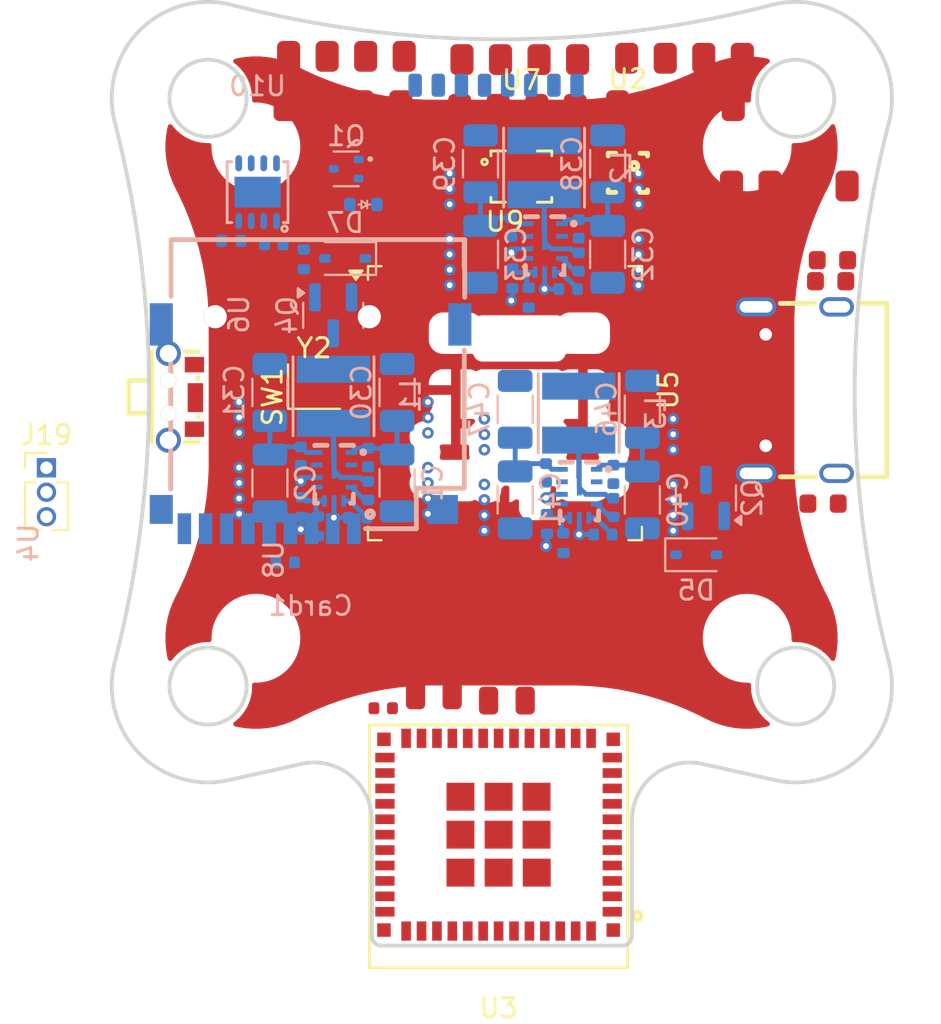
<source format=kicad_pcb>
(kicad_pcb (version 20240108) (generator "pcbnew") (generator_version "8.0")
  (layers (0 "F.Cu" signal) (1 "In1.Cu" signal) (2 "In2.Cu" signal) (31 "B.Cu" signal) (34 "B.Paste" user) (35 "F.Paste" user) (36 "B.SilkS" user "B.Silkscreen") (37 "F.SilkS" user "F.Silkscreen") (38 "B.Mask" user) (39 "F.Mask" user) (44 "Edge.Cuts" user))
  (net 0 "")
  (net 1 "GND")
  (net 2 "+3.3V")
  (net 3 "Net-(D1-A)")
  (net 4 "Net-(D2-A)")
  (net 5 "Net-(D3-A)")
  (net 6 "VSYS")
  (net 7 "VBUS")
  (net 8 "RX1")
  (net 9 "VBAT")
  (net 10 "TX1")
  (net 11 "TX6")
  (net 12 "RX6")
  (net 13 "M2")
  (net 14 "CURR_EXT")
  (net 15 "M4")
  (net 16 "M3")
  (net 17 "Telemetry")
  (net 18 "M1")
  (net 19 "TX4")
  (net 20 "RX4")
  (net 21 "RX2")
  (net 22 "TX2")
  (net 23 "I2C1_SCL")
  (net 24 "I2C1_SDA")
  (net 25 "SERVO_1")
  (net 26 "SERVO_2")
  (net 27 "RGB_LED")
  (net 28 "SERVO_3")
  (net 29 "SWCLK")
  (net 30 "SWDIO")
  (net 31 "VSUB_SENSE")
  (net 32 "LED_RED")
  (net 33 "LED_BLUE")
  (net 34 "LED_GREEN")
  (net 35 "Net-(U5-CC2)")
  (net 36 "Net-(U5-CC1)")
  (net 37 "BOOT0")
  (net 38 "CURR_SENSE")
  (net 39 "IMU_CS")
  (net 40 "USB+")
  (net 41 "IMU_MOSI")
  (net 42 "IMU_SCK")
  (net 43 "USB-")
  (net 44 "VBAT_SENSE")
  (net 45 "IMU_MISO")
  (net 49 "Net-(U9-PH0)")
  (net 50 "Net-(U9-PH1)")
  (net 51 "+5V")
  (net 52 "Net-(U4-VCC)")
  (net 53 "Net-(U4-NC)")
  (net 54 "Net-(U4-BOOT)")
  (net 55 "+9V")
  (net 56 "Net-(U6-VCC)")
  (net 57 "Net-(U6-NC)")
  (net 58 "Net-(U6-BOOT)")
  (net 59 "+3V3")
  (net 60 "Net-(U8-VCC)")
  (net 61 "Net-(U8-NC)")
  (net 62 "Net-(U8-BOOT)")
  (net 63 "+4V5")
  (net 66 "Net-(U4-FB)")
  (net 67 "Net-(U6-FB)")
  (net 68 "Net-(U8-FB)")
  (net 70 "Net-(C49-Pad1)")
  (net 71 "Net-(C51-Pad1)")
  (net 74 "SDMMC1_D2")
  (net 75 "SDMMC1_CMD")
  (net 77 "SDMMC1_D0")
  (net 78 "SDMMC1_CK")
  (net 79 "SDMMC1_D3")
  (net 80 "SDMMC1_D1")
  (net 81 "CURRENT")
  (net 82 "ESP_RX0")
  (net 85 "ESP_USB_D-")
  (net 86 "ESP_ENABLE")
  (net 87 "ESP_RX")
  (net 89 "Net-(U3-IO8)")
  (net 91 "~{ESP_BOOT}")
  (net 98 "Net-(U3-IO2)")
  (net 100 "ESP_TX0")
  (net 101 "ESP_TX")
  (net 103 "ESP_USB_D+")
  (net 131 "PG_9V")
  (net 132 "PG_5V")
  (net 138 "IMU_INT1")
  (net 140 "PG_3V3")
  (net 154 "unconnected-(U9-PB14-Pad53)")
  (net 162 "unconnected-(U9-PB2-Pad36)")
  (net 178 "unconnected-(U9-PD8-Pad55)")
  (net 187 "unconnected-(U9-PB12-Pad51)")
  (net 195 "CANL")
  (net 196 "CAN_TX")
  (net 197 "CANH")
  (net 198 "CAN_RX")
  (footprint "custom:C_0402_1005Metric_NoSilk" (layer "F.Cu") (at 221.95 88.65)
    (property "Reference" "C20" (hide yes))
    (property "Value" "2.2uF" (hide yes))
  )
  (footprint "easyeda2kicad:USB-SMD_GT-USB-7010AN" (layer "F.Cu") (at 233.195 98.98 90)
    (property "Reference" "U5")
    (property "Value" "GT-USB-7010AN")
  )
  (footprint "custom:Conn_4_Accesory_Bigger" (layer "F.Cu") (at 210.51 111.59 90)
    (property "Reference" "J14" (hide yes))
    (property "Value" "UART4" (hide yes))
  )
  (footprint "custom:C_0402_1005Metric_NoSilk" (layer "F.Cu") (at 213.37 109.16 -90)
    (property "Reference" "C8" (hide yes))
    (property "Value" "4.7uF" (hide yes))
  )
  (footprint "easyeda2kicad:SENSORM-SMD_BMP388" (layer "F.Cu") (at 224.73 87.71)
    (property "Reference" "U2")
    (property "Value" "BMP388")
  )
  (footprint "custom:C_0402_1005Metric_NoSilk" (layer "F.Cu") (at 207.61 102.07)
    (property "Reference" "C54" (hide yes))
    (property "Value" "0.1uF" (hide yes))
  )
  (footprint "custom:C_0805_2012Metric_NoSilk" (layer "F.Cu") (at 214.66 114.82)
    (property "Reference" "C3" (hide yes))
    (property "Value" "10uF" (hide yes))
  )
  (footprint "custom:R_0402_1005Metric_NoSilk" (layer "F.Cu") (at 229.36 100.19 180)
    (property "Reference" "R10" (hide yes))
    (property "Value" "5.11k")
  )
  (footprint "custom:LED_0603_1608Metric_NoSilk" (layer "F.Cu") (at 235.255 93.33)
    (property "Reference" "D3" (hide yes))
    (property "Value" "GREEN")
  )
  (footprint "custom:C_0402_1005Metric_NoSilk" (layer "F.Cu") (at 212.33 90.31 90)
    (property "Reference" "C53" (hide yes))
    (property "Value" "0.1uF" (hide yes))
  )
  (footprint "custom:R_0402_1005Metric_NoSilk" (layer "F.Cu") (at 206.01 108.31)
    (property "Reference" "R11" (hide yes))
    (property "Value" "10k")
  )
  (footprint "custom:C_0402_1005Metric_NoSilk" (layer "F.Cu") (at 208.92 102.84 180)
    (property "Reference" "C21" (hide yes))
    (property "Value" "0.1uF" (hide yes))
  )
  (footprint "custom:C_0402_1005Metric_NoSilk" (layer "F.Cu") (at 208.92 103.67 180)
    (property "Reference" "C22" (hide yes))
    (property "Value" "0.1uF" (hide yes))
  )
  (footprint "custom:C_0402_1005Metric_NoSilk" (layer "F.Cu") (at 227.79 93.66)
    (property "Reference" "C52" (hide yes))
    (property "Value" "0.1uF" (hide yes))
  )
  (footprint "custom:R_0402_1005Metric_NoSilk" (layer "F.Cu") (at 203.05 108.21)
    (property "Reference" "R2" (hide yes))
    (property "Value" "10k")
  )
  (footprint "custom:C_0402_1005Metric_NoSilk" (layer "F.Cu") (at 223.3 109.14 -90)
    (property "Reference" "C49" (hide yes))
    (property "Value" "2.2uF" (hide yes))
  )
  (footprint "custom:C_0402_1005Metric_NoSilk" (layer "F.Cu") (at 212.03 115.49)
    (property "Reference" "C4" (hide yes))
    (property "Value" "0.1uF" (hide yes))
  )
  (footprint "custom:C_0402_1005Metric_NoSilk" (layer "F.Cu") (at 226.93 88.41)
    (property "Reference" "C6" (hide yes))
    (property "Value" "0.1uF" (hide yes))
  )
  (footprint "custom:R_0402_1005Metric_NoSilk" (layer "F.Cu") (at 208.7 109.1)
    (property "Reference" "R23" (hide yes))
    (property "Value" "10k")
  )
  (footprint "custom:R_0402_1005Metric_NoSilk" (layer "F.Cu") (at 203.05 109)
    (property "Reference" "R3" (hide yes))
    (property "Value" "10k")
  )
  (footprint "custom:LED_0603_1608Metric_NoSilk" (layer "F.Cu") (at 235.3475 92.24)
    (property "Reference" "D2" (hide yes))
    (property "Value" "BLUE")
  )
  (footprint "easyeda2kicad:SW-SMD_TS-1086EV-16" (layer "F.Cu") (at 201.58 99.33 -90)
    (property "Reference" "SW1")
    (property "Value" "SW_SPST")
  )
  (footprint "custom:Conn_4_Accesory_Bigger" (layer "F.Cu") (at 216.12 81.83 90)
    (property "Reference" "J18" (hide yes))
    (property "Value" "I2C" (hide yes))
  )
  (footprint "custom:R_0402_1005Metric_NoSilk" (layer "F.Cu") (at 229.27 97.24 180)
    (property "Reference" "R9" (hide yes))
    (property "Value" "5.11k")
  )
  (footprint "custom:Conn_4_Accesory_Bigger" (layer "F.Cu") (at 216 84.41 90)
    (property "Reference" "J16" (hide yes))
    (property "Value" "I2C" (hide yes))
  )
  (footprint "Connector_PinHeader_1.27mm:PinHeader_1x03_P1.27mm_Vertical" (layer "F.Cu") (at 194.55 103.01)
    (property "Reference" "J19")
    (property "Value" "Debug")
  )
  (footprint "custom:C_0402_1005Metric_NoSilk" (layer "F.Cu") (at 208.56 100.45)
    (property "Reference" "C23" (hide yes))
    (property "Value" "15pF" (hide yes))
  )
  (footprint "custom:R_0402_1005Metric_NoSilk" (layer "F.Cu") (at 208.76 108.36)
    (property "Reference" "R22" (hide yes))
    (property "Value" "10k")
  )
  (footprint "custom:R_0402_1005Metric_NoSilk" (layer "F.Cu") (at 231.7 104.67)
    (property "Reference" "R4" (hide yes))
    (property "Value" "1k")
  )
  (footprint "custom:C_0402_1005Metric_NoSilk" (layer "F.Cu") (at 224.37 109.13 -90)
    (property "Reference" "C48" (hide yes))
    (property "Value" "0.1uF" (hide yes))
  )
  (footprint "custom:Conn_4_Accesory_Bigger" (layer "F.Cu") (at 230.11 88.39 90)
    (property "Reference" "J10" (hide yes))
    (property "Value" "USART1" (hide yes))
  )
  (footprint "custom:C_0402_1005Metric_NoSilk" (layer "F.Cu") (at 226.93 86.79)
    (property "Reference" "C5" (hide yes))
    (property "Value" "0.1uF" (hide yes))
  )
  (footprint "custom:R_0402_1005Metric_NoSilk" (layer "F.Cu") (at 205.99 109)
    (property "Reference" "R18" (hide yes))
    (property "Value" "1k")
  )
  (footprint "custom:C_0805_2012Metric_NoSilk" (layer "F.Cu") (at 218.45 115.09)
    (property "Reference" "C11" (hide yes))
    (property "Value" "10uF" (hide yes))
  )
  (footprint "custom:LED_0603_1608Metric_NoSilk" (layer "F.Cu") (at 234.86 104.87)
    (property "Reference" "D1" (hide yes))
    (property "Value" "RED")
  )
  (footprint "custom:R_0402_1005Metric_NoSilk" (layer "F.Cu") (at 227.06 89.77)
    (property "Reference" "R24" (hide yes))
    (property "Value" "2.2k")
  )
  (footprint "custom:C_0402_1005Metric_NoSilk" (layer "F.Cu") (at 208.74 96.12 180)
    (property "Reference" "C50" (hide yes))
    (property "Value" "0.1uF" (hide yes))
  )
  (footprint "custom:Conn_4_Accesory_Bigger" (layer "F.Cu") (at 224.67 81.76 90)
    (property "Reference" "J18" (hide yes))
    (property "Value" "I2C" (hide yes))
  )
  (footprint "custom:C_0402_1005Metric_NoSilk" (layer "F.Cu") (at 212.51 109.11 -90)
    (property "Reference" "C10" (hide yes))
    (property "Value" "0.1uF" (hide yes))
  )
  (footprint "custom:C_0402_1005Metric_NoSilk" (layer "F.Cu") (at 221.92 87.7)
    (property "Reference" "C19" (hide yes))
    (property "Value" "10nF" (hide yes))
  )
  (footprint "custom:R_0402_1005Metric_NoSilk" (layer "F.Cu") (at 232.6325 93.43)
    (property "Reference" "R6" (hide yes))
    (property "Value" "1k")
  )
  (footprint "custom:C_0402_1005Metric_NoSilk" (layer "F.Cu") (at 228.06 94.69)
    (property "Reference" "C51" (hide yes))
    (property "Value" "2.2uF" (hide yes))
  )
  (footprint "custom:Conn_4_Accesory_Bigger" (layer "F.Cu") (at 207.12 81.66 90)
    (property "Reference" "J18" (hide yes))
    (property "Value" "I2C" (hide yes))
  )
  (footprint "custom:Conn_4_Accesory_Bigger" (layer "F.Cu") (at 219.41 111.74 90)
    (property "Reference" "J11" (hide yes))
    (property "Value" "USART2" (hide yes))
  )
  (footprint "custom:Conn_4_Accesory_Bigger" (layer "F.Cu") (at 224.2 84.22 90)
    (property "Reference" "J15" (hide yes))
    (property "Value" "USART6" (hide yes))
  )
  (footprint "custom:R_0402_1005Metric_NoSilk" (layer "F.Cu") (at 232.5475 92.19)
    (property "Reference" "R5" (hide yes))
    (property "Value" "1k")
  )
  (footprint "custom:Conn_4_Accesory_Bigger" (layer "F.Cu") (at 206.94 84.22 90)
    (property "Reference" "J17" (hide yes))
    (property "Value" "I2C" (hide yes))
  )
  (footprint "easyeda2kicad:LGA-14_L3.0-W2.5-P0.50-TL" (layer "F.Cu") (at 219.2 87.9)
    (property "Reference" "U7")
    (property "Value" "ICM-42688-P")
  )
  (footprint "custom:R_0402_1005Metric_NoSilk" (layer "F.Cu") (at 227.05 90.67)
    (property "Reference" "R25" (hide yes))
    (property "Value" "2.2k")
  )
  (footprint "Crystal:Crystal_SMD_2016-4Pin_2.0x1.6mm" (layer "F.Cu") (at 208.44 98.8)
    (property "Reference" "Y2")
    (property "Value" "16 MHz")
  )
  (footprint "custom:R_0402_1005Metric_NoSilk" (layer "F.Cu") (at 204.51 92.54)
    (property "Reference" "R13" (hide yes))
    (property "Value" "10k")
  )
  (footprint "Package_QFP:LQFP-100_14x14mm_P0.5mm" (layer "F.Cu") (at 218.35 99.66)
    (property "Reference" "U9")
    (property "Value" "STM32H743VIT6")
  )
  (footprint "easyeda2kicad:WIFIM-SMD_61P-L13.2-W12.5-P0.80" (layer "F.Cu") (at 218.02 122.05 180)
    (property "Reference" "U3")
    (property "Value" "ESP32-C3-MINI-1U-N4")
  )
  (footprint "custom:C_0402_1005Metric_NoSilk" (layer "F.Cu") (at 222 86.8)
    (property "Reference" "C17" (hide yes))
    (property "Value" "0.1uF" (hide yes))
  )
  (footprint "custom:C_0402_1005Metric_NoSilk" (layer "F.Cu") (at 208.62 97.25)
    (property "Reference" "C18" (hide yes))
    (property "Value" "15pF" (hide yes))
  )
  (footprint "custom:C_0402_1005Metric_NoSilk" (layer "B.Cu") (at 211.25 104.2 90)
    (property "Reference" "C29" (hide yes))
    (property "Value" "0.1uF" (hide yes))
  )
  (footprint "easyeda2kicad:VQFN-12_L3.0-W2.0-P0.65-BL_TI_RNX" (layer "B.Cu") (at 209.480238 103.475 -90)
    (property "Reference" "U4")
    (property "Value" "LMR33630AQRNXRQ1")
  )
  (footprint "custom:C_0402_1005Metric_NoSilk" (layer "B.Cu") (at 220.48 103.275 90)
    (property "Reference" "C43" (hide yes))
    (property "Value" "220nF" (hide yes))
  )
  (footprint "Capacitor_SMD:C_1206_3216Metric" (layer "B.Cu") (at 212.75 99.1 -90)
    (property "Reference" "C30")
    (property "Value" "22uF")
  )
  (footprint "Capacitor_SMD:C_1206_3216Metric" (layer "B.Cu") (at 218.88 104.675 90)
    (property "Reference" "C41")
    (property "Value" "10uF")
  )
  (footprint "Capacitor_SMD:C_1206_3216Metric" (layer "B.Cu") (at 217.080682 87.235 -90)
    (property "Reference" "C39")
    (property "Value" "22uF")
  )
  (footprint "custom:R_0402_1005Metric_NoSilk" (layer "B.Cu") (at 204.14 91.2275 180)
    (property "Reference" "R26" (hide yes))
    (property "Value" "120R")
  )
  (footprint "Capacitor_SMD:C_1206_3216Metric" (layer "B.Cu") (at 206.15 99.1 -90)
    (property "Reference" "C31")
    (property "Value" "22uF")
  )
  (footprint "custom:R_0402_1005Metric_NoSilk" (layer "B.Cu") (at 207.9 92.2 90)
    (property "Reference" "R20" (hide yes))
    (property "Value" "10k")
  )
  (footprint "easyeda2kicad:IND-SMD_L4.1-W4.1_ASFPIG4020" (layer "B.Cu") (at 220.380682 87.435 90)
    (property "Reference" "L2")
    (property "Value" "6.8uH")
  )
  (footprint "custom:C_0402_1005Metric_NoSilk" (layer "B.Cu") (at 221.630682 93.735)
    (property "Reference" "C36" (hide yes))
    (property "Value" "1uF" (hide yes))
  )
  (footprint "custom:R_0402_1005Metric_NoSilk" (layer "B.Cu") (at 219.580682 94.185 90)
    (property "Reference" "R14" (hide yes))
    (property "Value" "100k")
  )
  (footprint "custom:C_0402_1005Metric_NoSilk" (layer "B.Cu") (at 206.35 91.4175 180)
    (property "Reference" "C7" (hide yes))
    (property "Value" "0.1uF" (hide yes))
  )
  (footprint "Diode_SMD:D_SOD-323" (layer "B.Cu") (at 210.05 92.15 180)
    (property "Reference" "D7")
    (property "Value" "D_Schottky")
  )
  (footprint "Capacitor_SMD:C_1206_3216Metric" (layer "B.Cu") (at 206.15 103.8 90)
    (property "Reference" "C2")
    (property "Value" "10uF")
  )
  (footprint "custom:R_0402_1005Metric_NoSilk" (layer "B.Cu") (at 220.53 105.925 -90)
    (property "Reference" "R17" (hide yes))
    (property "Value" "43.5k")
  )
  (footprint "easyeda2kicad:VQFN-12_L3.0-W2.0-P0.65-BL_TI_RNX" (layer "B.Cu") (at 222.210238 104.35 -90)
    (property "Reference" "U8")
    (property "Value" "LMR33630AQRNXRQ1")
  )
  (footprint "easyeda2kicad:IND-SMD_L4.1-W4.1_ASFPIG4020" (layer "B.Cu") (at 209.45 99.3 90)
    (property "Reference" "L1")
    (property "Value" "6.8uH")
  )
  (footprint "easyeda2kicad:TF-SMD_TF-PUSH" (layer "B.Cu") (at 208.26 100.8725)
    (property "Reference" "Card1")
    (property "Value" "TF PUSH")
  )
  (footprint "Capacitor_SMD:C_1206_3216Metric" (layer "B.Cu") (at 225.48 99.975 -90)
    (property "Reference" "C46")
    (property "Value" "22uF")
  )
  (footprint "custom:C_0402_1005Metric_NoSilk" (layer "B.Cu") (at 211.25 102.48 90)
    (property "Reference" "C24" (hide yes))
    (property "Value" "220nF" (hide yes))
  )
  (footprint "custom:C_0402_1005Metric_NoSilk" (layer "B.Cu") (at 210.7 105.6)
    (property "Reference" "C28" (hide yes))
    (property "Value" "1uF" (hide yes))
  )
  (footprint "Package_TO_SOT_SMD:SOT-523" (layer "B.Cu") (at 210.105 87.5 180)
    (property "Reference" "Q1")
    (property "Value" "PMOS")
  )
  (footprint "Capacitor_SMD:C_1206_3216Metric" (layer "B.Cu") (at 212.75 103.8 90)
    (property "Reference" "C1")
    (property "Value" "10uF")
  )
  (footprint "custom:Conn_8_Accesory" (layer "B.Cu") (at 213.89 83.16 -90)
    (property "Reference" "J12" (hide yes))
    (property "Value" "FC-ESC con" (hide yes))
  )
  (footprint "custom:C_0402_1005Metric_NoSilk" (layer "B.Cu") (at 207.75 102.4 90)
    (property "Reference" "C27" (hide yes))
    (property "Value" "220nF" (hide yes))
  )
  (footprint "custom:C_0402_1005Metric_NoSilk" (layer "B.Cu") (at 222.180682 90.615 90)
    (property "Reference" "C34" (hide yes))
    (property "Value" "220nF" (hide yes))
  )
  (footprint "Capacitor_SMD:C_1206_3216Metric" (layer "B.Cu") (at 223.680682 87.235 -90)
    (property "Reference" "C38")
    (property "Value" "22uF")
  )
  (footprint "Capacitor_SMD:C_1206_3216Metric" (layer "B.Cu") (at 217.080682 91.935 90)
    (property "Reference" "C33")
    (property "Value" "10uF")
  )
  (footprint "Package_TO_SOT_SMD:SOT-23" (layer "B.Cu") (at 228.78 104.575 90)
    (property "Reference" "Q2")
    (property "Value" "WST4041")
  )
  (footprint "custom:R_0402_1005Metric_NoSilk" (layer "B.Cu") (at 221.38 106.925 90)
    (property "Reference" "R16" (hide yes))
    (property "Value" "100k")
  )
  (footprint "custom:C_0402_1005Metric_NoSilk" (layer "B.Cu") (at 218.680682 90.535 90)
    (property "Reference" "C35" (hide yes))
    (property "Value" "220nF" (hide yes))
  )
  (footprint "easyeda2kicad:IND-SMD_L4.1-W4.1_ASFPIG4020" (layer "B.Cu") (at 222.18 100.175 90)
    (property "Reference" "L3")
    (property "Value" "6.8uH")
  )
  (footprint "custom:R_0402_1005Metric_NoSilk" (layer "B.Cu") (at 207.8 105.05 -90)
    (property "Reference" "R12" (hide yes))
    (property "Value" "12.5K")
  )
  (footprint "custom:C_0402_1005Metric_NoSilk" (layer "B.Cu") (at 223.98 103.355 90)
    (property "Reference" "C42" (hide yes))
    (property "Value" "220nF" (hide yes))
  )
  (footprint "easyeda2kicad:VQFN-12_L3.0-W2.0-P0.65-BL_TI_RNX" (layer "B.Cu") (at 220.41092 91.61 -90)
    (property "Reference" "U6")
    (property "Value" "LMR33630AQRNXRQ1")
  )
  (footprint "Diode_SMD:D_SOD-323" (layer "B.Cu") (at 228.28 107.525)
    (property "Reference" "D5")
    (property "Value" "D_Schottky")
  )
  (footprint "custom:C_0402_1005Metric_NoSilk" (layer "B.Cu") (at 223.43 106.475)
    (property "Reference" "C44" (hide yes))
    (property "Value" "1uF" (hide yes))
  )
  (footprint "easyeda2kicad:TDFN-8_L3.0-W3.0-P0.65-BL-EP" (layer "B.Cu") (at 205.51 88.7075 180)
    (property "Reference" "U10")
    (property "Value" "SIT1050TK")
  )
  (footprint "custom:D_SOD-523_NoSilk" (layer "B.Cu") (at 211 89.35 180)
    (property "Reference" "D4" (hide yes))
    (property "Value" "D_Schottky" (hide yes))
  )
  (footprint "custom:R_0402_1005Metric_NoSilk" (layer "B.Cu") (at 218.730682 93.185 -90)
    (property "Reference" "R15" (hide yes))
    (property "Value" "24.9k")
  )
  (footprint "Capacitor_SMD:C_1206_3216Metric" (layer "B.Cu") (at 223.680682 91.935 90)
    (property "Reference" "C32")
    (property "Value" "10uF")
  )
  (footprint "custom:R_0402_1005Metric_NoSilk" (layer "B.Cu") (at 208.65 106.05 90)
    (property "Reference" "R1" (hide yes))
    (property "Value" "100k")
  )
  (footprint "Package_TO_SOT_SMD:SOT-23" (layer "B.Cu") (at 209.4375 95.1 -90)
    (property "Reference" "Q4")
    (property "Value" "WST4041")
  )
  (footprint "Capacitor_SMD:C_1206_3216Metric" (layer "B.Cu") (at 218.88 99.975 -90)
    (property "Reference" "C47")
    (property "Value" "22uF")
  )
  (footprint "custom:C_0402_1005Metric_NoSilk" (layer "B.Cu") (at 206.94 107.9225)
    (property "Reference" "C9" (hide yes))
    (property "Value" "0.1uF" (hide yes))
  )
  (footprint "Capacitor_SMD:C_1206_3216Metric" (layer "B.Cu") (at 225.48 104.675 90)
    (property "Reference" "C40")
    (property "Value" "10uF")
  )
  (footprint "custom:C_0402_1005Metric_NoSilk" (layer "B.Cu") (at 223.98 105.075 90)
    (property "Reference" "C45" (hide yes))
    (property "Value" "0.1uF" (hide yes))
  )
  (footprint "custom:C_0402_1005Metric_NoSilk" (layer "B.Cu") (at 222.180682 92.335 90)
    (property "Reference" "C37" (hide yes))
    (property "Value" "0.1uF" (hide yes))
  )
  (gr_arc (start 238.280982 113.087152) (mid 236.502749 99.087152) (end 238.280982 85.087152) (stroke (width 0.2)) (layer "Edge.Cuts"))
  (gr_arc (start 198.098524 85.087152) (mid 199.40422 80.301621) (end 204.189753 78.995923) (stroke (width 0.2)) (layer "Edge.Cuts"))
  (gr_arc (start 224.939753 127.308445) (mid 224.793305 127.661988) (end 224.439753 127.808445) (stroke (width 0.2)) (layer "Edge.Cuts"))
  (gr_line (start 211.439753 121.304685) (end 211.439753 127.308445) (stroke (width 0.2)) (layer "Edge.Cuts"))
  (gr_line (start 224.939753 127.308445) (end 224.939753 121.304685) (stroke (width 0.2)) (layer "Edge.Cuts"))
  (gr_arc (start 232.189753 78.995923) (mid 218.189753 80.774156) (end 204.189753 78.995923) (stroke (width 0.2)) (layer "Edge.Cuts"))
  (gr_arc (start 232.189753 78.995923) (mid 236.975286 80.301619) (end 238.280982 85.087152) (stroke (width 0.2)) (layer "Edge.Cuts"))
  (gr_line (start 211.939782 127.808445) (end 224.439753 127.808445) (stroke (width 0.2)) (layer "Edge.Cuts"))
  (gr_circle (center 202.939753 83.837152) (end 200.939753 83.837152) (stroke (width 0.2)) (fill none) (layer "Edge.Cuts"))
  (gr_circle (center 233.439753 114.337152) (end 231.439753 114.337152) (stroke (width 0.2)) (fill none) (layer "Edge.Cuts"))
  (gr_arc (start 211.939782 127.808445) (mid 211.586229 127.661998) (end 211.439782 127.308445) (stroke (width 0.2)) (layer "Edge.Cuts"))
  (gr_arc (start 198.098524 85.087152) (mid 199.876758 99.087152) (end 198.098524 113.087152) (stroke (width 0.2)) (layer "Edge.Cuts"))
  (gr_arc (start 224.939753 121.304685) (mid 226.102738 118.932898) (end 228.69 118.4) (stroke (width 0.2)) (layer "Edge.Cuts"))
  (gr_arc (start 238.280982 113.087152) (mid 237.092883 117.751045) (end 232.520018 119.251836) (stroke (width 0.2)) (layer "Edge.Cuts"))
  (gr_arc (start 207.887871 118.355882) (mid 210.356046 118.996476) (end 211.439753 121.304685) (stroke (width 0.2)) (layer "Edge.Cuts"))
  (gr_line (start 228.69 118.4) (end 232.520018 119.251836) (stroke (width 0.2)) (layer "Edge.Cuts"))
  (gr_line (start 211.439782 127.308445) (end 211.439753 127.308445) (stroke (width 0.2)) (layer "Edge.Cuts"))
  (gr_arc (start 204.189429 119.178454) (mid 199.4041 117.872566) (end 198.098524 113.087152) (stroke (width 0.2)) (layer "Edge.Cuts"))
  (gr_circle (center 202.939753 114.337152) (end 200.939753 114.337152) (stroke (width 0.2)) (fill none) (layer "Edge.Cuts"))
  (gr_line (start 204.189429 119.178454) (end 207.887871 118.355882) (stroke (width 0.2)) (layer "Edge.Cuts"))
  (gr_circle (center 233.439753 83.837152) (end 231.439753 83.837152) (stroke (width 0.2)) (fill none) (layer "Edge.Cuts"))
  (via (at 227.08 106.275) (size 0.6) (drill 0.3) (layers "F.Cu" "B.Cu") (net 0))
  (via (at 215.480682 93.535) (size 0.6) (drill 0.3) (layers "F.Cu" "B.Cu") (net 0))
  (via (at 217.28 105.475) (size 0.6) (drill 0.3) (layers "F.Cu" "B.Cu") (net 0))
  (via (at 217.28 104.675) (size 0.6) (drill 0.3) (layers "F.Cu" "B.Cu") (net 0))
  (via (at 204.55 103) (size 0.6) (drill 0.3) (layers "F.Cu" "B.Cu") (net 0))
  (via (at 204.55 104.6) (size 0.6) (drill 0.3) (layers "F.Cu" "B.Cu") (net 0))
  (via (at 214.35 103.8) (size 0.6) (drill 0.3) (layers "F.Cu" "B.Cu") (net 0))
  (via (at 204.55 103.8) (size 0.6) (drill 0.3) (layers "F.Cu" "B.Cu") (net 0))
  (via (at 214.35 104.6) (size 0.6) (drill 0.3) (layers "F.Cu" "B.Cu") (net 0))
  (via (at 204.55 105.4) (size 0.6) (drill 0.3) (layers "F.Cu" "B.Cu") (net 0))
  (via (at 214.35 105.4) (size 0.6) (drill 0.3) (layers "F.Cu" "B.Cu") (net 0))
  (via (at 214.35 103) (size 0.6) (drill 0.3) (layers "F.Cu" "B.Cu") (net 0))
  (via (at 225.280682 91.135) (size 0.6) (drill 0.3) (layers "F.Cu" "B.Cu") (net 0))
  (via (at 217.28 103.875) (size 0.6) (drill 0.3) (layers "F.Cu" "B.Cu") (net 0))
  (via (at 225.280682 91.935) (size 0.6) (drill 0.3) (layers "F.Cu" "B.Cu") (net 0))
  (via (at 217.28 101.275) (size 0.6) (drill 0.3) (layers "F.Cu" "B.Cu") (net 1))
  (via (at 207.75 106.2) (size 0.6) (drill 0.3) (layers "F.Cu" "B.Cu") (net 1))
  (via (at 214.35 99.6) (size 0.6) (drill 0.3) (layers "F.Cu" "B.Cu") (net 1))
  (via (at 220.48 107.075) (size 0.6) (drill 0.3) (layers "F.Cu" "B.Cu") (net 1))
  (via (at 204.55 99.6) (size 0.6) (drill 0.3) (layers "F.Cu" "B.Cu") (net 1))
  (via (at 217.28 100.475) (size 0.6) (drill 0.3) (layers "F.Cu" "B.Cu") (net 1))
  (via (at 225.280682 88.535) (size 0.6) (drill 0.3) (layers "F.Cu" "B.Cu") (net 1))
  (via (at 209.469999 105.597839) (size 0.6) (drill 0.3) (layers "F.Cu" "B.Cu") (net 1))
  (via (at 215.480682 87.735) (size 0.6) (drill 0.3) (layers "F.Cu" "B.Cu") (net 1))
  (via (at 215.480682 89.335) (size 0.6) (drill 0.3) (layers "F.Cu" "B.Cu") (net 1))
  (via (at 227.08 100.475) (size 0.6) (drill 0.3) (layers "F.Cu" "B.Cu") (net 1))
  (via (at 214.35 101.2) (size 0.6) (drill 0.3) (layers "F.Cu" "B.Cu") (net 1))
  (via (at 204.55 101.2) (size 0.6) (drill 0.3) (layers "F.Cu" "B.Cu") (net 1))
  (via (at 214.35 100.4) (size 0.6) (drill 0.3) (layers "F.Cu" "B.Cu") (net 1))
  (via (at 215.480682 88.535) (size 0.6) (drill 0.3) (layers "F.Cu" "B.Cu") (net 1))
  (via (at 218.680682 94.335) (size 0.6) (drill 0.3) (layers "F.Cu" "B.Cu") (net 1))
  (via (at 227.08 101.275) (size 0.6) (drill 0.3) (layers "F.Cu" "B.Cu") (net 1))
  (via (at 217.28 102.075) (size 0.6) (drill 0.3) (layers "F.Cu" "B.Cu") (net 1))
  (via (at 222.199999 106.472839) (size 0.6) (drill 0.3) (layers "F.Cu" "B.Cu") (net 1))
  (via (at 225.280682 89.335) (size 0.6) (drill 0.3) (layers "F.Cu" "B.Cu") (net 1))
  (via (at 204.55 100.4) (size 0.6) (drill 0.3) (layers "F.Cu" "B.Cu") (net 1))
  (via (at 220.400681 93.732839) (size 0.6) (drill 0.3) (layers "F.Cu" "B.Cu") (net 1))
  (via (at 225.280682 87.735) (size 0.6) (drill 0.3) (layers "F.Cu" "B.Cu") (net 1))
  (via (at 227.08 102.075) (size 0.6) (drill 0.3) (layers "F.Cu" "B.Cu") (net 1))
  (segment (start 218.975682 90.35) (end 218.680682 90.055) (width 0.254) (layer "B.Cu") (net 1))
  (segment (start 220.402842 93.735) (end 220.400681 93.732839) (width 0.254) (layer "B.Cu") (net 1))
  (segment (start 212.425 102) (end 212.75 102.325) (width 0.254) (layer "B.Cu") (net 1))
  (segment (start 207.75 101.92) (end 206.555 101.92) (width 0.254) (layer "B.Cu") (net 1))
  (segment (start 210.22 105.6) (end 209.47216 105.6) (width 0.254) (layer "B.Cu") (net 1))
  (segment (start 218.730682 93.695) (end 218.730682 94.285) (width 0.254) (layer "B.Cu") (net 1))
  (segment (start 211.25 102) (end 212.425 102) (width 0.254) (layer "B.Cu") (net 1))
  (segment (start 207.8 105.56) (end 207.8 106.15) (width 0.254) (layer "B.Cu") (net 1))
  (segment (start 222.95 106.475) (end 222.20216 106.475) (width 0.254) (layer "B.Cu") (net 1))
  (segment (start 223.680682 90.46) (end 223.680682 88.71) (width 0.254) (layer "B.Cu") (net 1))
  (segment (start 218.730682 94.285) (end 218.680682 94.335) (width 0.254) (layer "B.Cu") (net 1))
  (segment (start 221.310238 103.09) (end 220.775 103.09) (width 0.254) (layer "B.Cu") (net 1))
  (segment (start 222.180682 90.135) (end 223.355682 90.135) (width 0.254) (layer "B.Cu") (net 1))
  (segment (start 209.480238 105.5876) (end 209.480238 104.735) (width 0.254) (layer "B.Cu") (net 1))
  (segment (start 220.48 102.795) (end 219.285 102.795) (width 0.254) (layer "B.Cu") (net 1))
  (segment (start 209.47216 105.6) (end 209.469999 105.597839) (width 0.254) (layer "B.Cu") (net 1))
  (segment (start 206.15 102.325) (end 206.15 100.575) (width 0.254) (layer "B.Cu") (net 1))
  (segment (start 220.53 106.435) (end 220.53 107.025) (width 0.254) (layer "B.Cu") (net 1))
  (segment (start 222.20216 106.475) (end 222.199999 106.472839) (width 0.254) (layer "B.Cu") (net 1))
  (segment (start 206.555 101.92) (end 206.15 102.325) (width 0.254) (layer "B.Cu") (net 1))
  (segment (start 221.150682 93.735) (end 220.402842 93.735) (width 0.254) (layer "B.Cu") (net 1))
  (segment (start 208.580238 102.215) (end 208.045 102.215) (width 0.254) (layer "B.Cu") (net 1))
  (segment (start 223.355682 90.135) (end 223.680682 90.46) (width 0.254) (layer "B.Cu") (net 1))
  (segment (start 211.25 102) (end 210.595238 102) (width 0.254) (layer "B.Cu") (net 1))
  (segment (start 219.51092 90.35) (end 218.975682 90.35) (width 0.254) (layer "B.Cu") (net 1))
  (segment (start 225.155 102.875) (end 225.48 103.2) (width 0.254) (layer "B.Cu") (net 1))
  (segment (start 222.199999 106.472839) (end 222.210238 106.4626) (width 0.254) (layer "B.Cu") (net 1))
  (segment (start 220.53 107.025) (end 220.48 107.075) (width 0.254) (layer "B.Cu") (net 1))
  (segment (start 221.52592 90.135) (end 221.31092 90.35) (width 0.254) (layer "B.Cu") (net 1))
  (segment (start 220.41092 93.7226) (end 220.41092 92.87) (width 0.254) (layer "B.Cu") (net 1))
  (segment (start 222.210238 106.4626) (end 222.210238 105.61) (width 0.254) (layer "B.Cu") (net 1))
  (segment (start 222.180682 90.135) (end 221.52592 90.135) (width 0.254) (layer "B.Cu") (net 1))
  (segment (start 209.469999 105.597839) (end 209.480238 105.5876) (width 0.254) (layer "B.Cu") (net 1))
  (segment (start 210.595238 102) (end 210.380238 102.215) (width 0.254) (layer "B.Cu") (net 1))
  (segment (start 223.98 102.875) (end 225.155 102.875) (width 0.254) (layer "B.Cu") (net 1))
  (segment (start 223.98 102.875) (end 223.325238 102.875) (width 0.254) (layer "B.Cu") (net 1))
  (segment (start 223.325238 102.875) (end 223.110238 103.09) (width 0.254) (layer "B.Cu") (net 1))
  (segment (start 220.775 103.09) (end 220.48 102.795) (width 0.254) (layer "B.Cu") (net 1))
  (segment (start 219.285 102.795) (end 218.88 103.2) (width 0.254) (layer "B.Cu") (net 1))
  (segment (start 207.8 106.15) (end 207.75 106.2) (width 0.254) (layer "B.Cu") (net 1))
  (segment (start 212.75 102.325) (end 212.75 100.575) (width 0.254) (layer "B.Cu") (net 1))
  (segment (start 217.485682 90.055) (end 217.080682 90.46) (width 0.254) (layer "B.Cu") (net 1))
  (segment (start 220.400681 93.732839) (end 220.41092 93.7226) (width 0.254) (layer "B.Cu") (net 1))
  (segment (start 218.680682 90.055) (end 217.485682 90.055) (width 0.254) (layer "B.Cu") (net 1))
  (segment (start 225.48 103.2) (end 225.48 101.45) (width 0.254) (layer "B.Cu") (net 1))
  (segment (start 208.045 102.215) (end 207.75 101.92) (width 0.254) (layer "B.Cu") (net 1))
  (segment (start 218.88 103.2) (end 218.88 101.45) (width 0.254) (layer "B.Cu") (net 1))
  (segment (start 217.080682 90.46) (end 217.080682 88.71) (width 0.254) (layer "B.Cu") (net 1))
  (via (at 225.280682 93.535) (size 0.6) (drill 0.3) (layers "F.Cu" "B.Cu") (net 2))
  (via (at 225.280682 92.735) (size 0.6) (drill 0.3) (layers "F.Cu" "B.Cu") (net 2))
  (via (at 220.48 104.575) (size 0.6) (drill 0.3) (layers "F.Cu" "B.Cu") (net 6))
  (segment (start 220.48 104.575) (end 220.665 104.39) (width 0.254) (layer "B.Cu") (net 6))
  (segment (start 220.665 104.39) (end 221.310238 104.39) (width 0.254) (layer "B.Cu") (net 6))
  (via (at 218.680682 91.835) (size 0.6) (drill 0.3) (layers "F.Cu" "B.Cu") (net 9))
  (via (at 207.75 103.7) (size 0.6) (drill 0.3) (layers "F.Cu" "B.Cu") (net 9))
  (segment (start 218.865682 91.65) (end 219.51092 91.65) (width 0.254) (layer "B.Cu") (net 9))
  (segment (start 218.680682 91.835) (end 218.865682 91.65) (width 0.254) (layer "B.Cu") (net 9))
  (segment (start 207.935 103.515) (end 208.580238 103.515) (width 0.254) (layer "B.Cu") (net 9))
  (segment (start 207.75 103.7) (end 207.935 103.515) (width 0.254) (layer "B.Cu") (net 9))
  (via (at 215.480682 91.935) (size 0.6) (drill 0.3) (layers "F.Cu" "B.Cu") (net 37))
  (via (at 215.480682 91.135) (size 0.6) (drill 0.3) (layers "F.Cu" "B.Cu") (net 37))
  (via (at 215.480682 92.735) (size 0.6) (drill 0.3) (layers "F.Cu" "B.Cu") (net 37))
  (segment (start 210.329318 104.735) (end 211.18 105.585682) (width 0.254) (layer "B.Cu") (net 52))
  (segment (start 209.980238 104.735) (end 210.329318 104.735) (width 0.254) (layer "B.Cu") (net 52))
  (segment (start 211.18 105.585682) (end 211.18 105.6) (width 0.254) (layer "B.Cu") (net 52))
  (segment (start 209.45 100.7) (end 209.45 102.634762) (width 0.254) (layer "B.Cu") (net 53))
  (segment (start 211.035682 103.72) (end 211.25 103.72) (width 0.254) (layer "B.Cu") (net 53))
  (segment (start 209.480238 103.169) (end 209.826238 103.515) (width 0.254) (layer "B.Cu") (net 53))
  (segment (start 209.480238 102.665) (end 209.480238 103.169) (width 0.254) (layer "B.Cu") (net 53))
  (segment (start 210.380238 103.515) (end 210.830682 103.515) (width 0.254) (layer "B.Cu") (net 53))
  (segment (start 209.45 102.634762) (end 209.480238 102.665) (width 0.254) (layer "B.Cu") (net 53))
  (segment (start 210.830682 103.515) (end 211.035682 103.72) (width 0.254) (layer "B.Cu") (net 53))
  (segment (start 209.826238 103.515) (end 210.380238 103.515) (width 0.254) (layer "B.Cu") (net 53))
  (segment (start 211.25 104.68) (end 211.045238 104.68) (width 0.254) (layer "B.Cu") (net 54))
  (segment (start 211.045238 104.68) (end 210.380238 104.015) (width 0.254) (layer "B.Cu") (net 54))
  (segment (start 221.26 92.87) (end 222.110682 93.720682) (width 0.254) (layer "B.Cu") (net 56))
  (segment (start 222.110682 93.720682) (end 222.110682 93.735) (width 0.254) (layer "B.Cu") (net 56))
  (segment (start 220.91092 92.87) (end 221.26 92.87) (width 0.254) (layer "B.Cu") (net 56))
  (segment (start 221.31092 91.65) (end 221.761364 91.65) (width 0.254) (layer "B.Cu") (net 57))
  (segment (start 220.41092 90.8) (end 220.41092 91.304) (width 0.254) (layer "B.Cu") (net 57))
  (segment (start 221.761364 91.65) (end 221.966364 91.855) (width 0.254) (layer "B.Cu") (net 57))
  (segment (start 220.380682 88.835) (end 220.380682 90.769762) (width 0.254) (layer "B.Cu") (net 57))
  (segment (start 221.966364 91.855) (end 222.180682 91.855) (width 0.254) (layer "B.Cu") (net 57))
  (segment (start 220.380682 90.769762) (end 220.41092 90.8) (width 0.254) (layer "B.Cu") (net 57))
  (segment (start 220.41092 91.304) (end 220.75692 91.65) (width 0.254) (layer "B.Cu") (net 57))
  (segment (start 220.75692 91.65) (end 221.31092 91.65) (width 0.254) (layer "B.Cu") (net 57))
  (segment (start 221.97592 92.815) (end 221.31092 92.15) (width 0.254) (layer "B.Cu") (net 58))
  (segment (start 222.180682 92.815) (end 221.97592 92.815) (width 0.254) (layer "B.Cu") (net 58))
  (segment (start 223.91 106.460682) (end 223.91 106.475) (width 0.254) (layer "B.Cu") (net 60))
  (segment (start 223.059318 105.61) (end 223.91 106.460682) (width 0.254) (layer "B.Cu") (net 60))
  (segment (start 222.710238 105.61) (end 223.059318 105.61) (width 0.254) (layer "B.Cu") (net 60))
  (segment (start 222.18 101.575) (end 222.18 103.509762) (width 0.254) (layer "B.Cu") (net 61))
  (segment (start 223.560682 104.39) (end 223.765682 104.595) (width 0.254) (layer "B.Cu") (net 61))
  (segment (start 223.110238 104.39) (end 223.560682 104.39) (width 0.254) (layer "B.Cu") (net 61))
  (segment (start 222.556238 104.39) (end 223.110238 104.39) (width 0.254) (layer "B.Cu") (net 61))
  (segment (start 222.210238 104.044) (end 222.556238 104.39) (width 0.254) (layer "B.Cu") (net 61))
  (segment (start 222.18 103.509762) (end 222.210238 103.54) (width 0.254) (layer "B.Cu") (net 61))
  (segment (start 222.210238 103.54) (end 222.210238 104.044) (width 0.254) (layer "B.Cu") (net 61))
  (segment (start 223.765682 104.595) (end 223.98 104.595) (width 0.254) (layer "B.Cu") (net 61))
  (segment (start 223.775238 105.555) (end 223.110238 104.89) (width 0.254) (layer "B.Cu") (net 62))
  (segment (start 223.98 105.555) (end 223.775238 105.555) (width 0.254) (layer "B.Cu") (net 62))
  (segment (start 207.995 104.735) (end 207.8 104.54) (width 0.254) (layer "B.Cu") (net 66))
  (segment (start 208.980238 104.735) (end 208.55 104.735) (width 0.254) (layer "B.Cu") (net 66))
  (segment (start 208.55 104.735) (end 208.55 105.44) (width 0.254) (layer "B.Cu") (net 66))
  (segment (start 208.55 105.44) (end 208.65 105.54) (width 0.254) (layer "B.Cu") (net 66))
  (segment (start 208.980238 104.735) (end 207.995 104.735) (width 0.254) (layer "B.Cu") (net 66))
  (segment (start 219.480682 93.575) (end 219.580682 93.675) (width 0.254) (layer "B.Cu") (net 67))
  (segment (start 219.91092 92.87) (end 218.925682 92.87) (width 0.254) (layer "B.Cu") (net 67))
  (segment (start 218.925682 92.87) (end 218.730682 92.675) (width 0.254) (layer "B.Cu") (net 67))
  (segment (start 219.91092 92.87) (end 219.480682 92.87) (width 0.254) (layer "B.Cu") (net 67))
  (segment (start 219.480682 92.87) (end 219.480682 93.575) (width 0.254) (layer "B.Cu") (net 67))
  (segment (start 221.710238 105.61) (end 220.725 105.61) (width 0.254) (layer "B.Cu") (net 68))
  (segment (start 220.725 105.61) (end 220.53 105.415) (width 0.254) (layer "B.Cu") (net 68))
  (segment (start 221.28 105.61) (end 221.28 106.315) (width 0.254) (layer "B.Cu") (net 68))
  (segment (start 221.28 106.315) (end 221.38 106.415) (width 0.254) (layer "B.Cu") (net 68))
  (segment (start 221.710238 105.61) (end 221.28 105.61) (width 0.254) (layer "B.Cu") (net 68))
  (via (at 227.08 104.675) (size 0.6) (drill 0.3) (layers "F.Cu" "B.Cu") (net 154))
  (via (at 217.28 106.275) (size 0.6) (drill 0.3) (layers "F.Cu" "B.Cu") (net 162))
  (via (at 227.08 103.875) (size 0.6) (drill 0.3) (layers "F.Cu" "B.Cu") (net 178))
  (via (at 227.08 105.475) (size 0.6) (drill 0.3) (layers "F.Cu" "B.Cu") (net 187))
  (zone (net 1) (net_name "GND") (layer "F.Cu") (priority 2) (connect_pads (clearance 0.5)) (min_thickness 0.25) (fill yes (thermal_gap 0.5) (thermal_bridge_width 0.5))
    (polygon (pts (xy 197.4 80) (xy 198 118.8) (xy 241 118.6) (xy 239.4 79.6)))
  )
)
</source>
